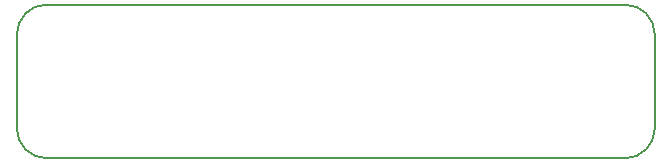
<source format=gbr>
G04 #@! TF.GenerationSoftware,KiCad,Pcbnew,5.0.1*
G04 #@! TF.CreationDate,2018-12-04T10:53:53+13:00*
G04 #@! TF.ProjectId,jake_small,6A616B655F736D616C6C2E6B69636164,rev?*
G04 #@! TF.SameCoordinates,Original*
G04 #@! TF.FileFunction,Profile,NP*
%FSLAX46Y46*%
G04 Gerber Fmt 4.6, Leading zero omitted, Abs format (unit mm)*
G04 Created by KiCad (PCBNEW 5.0.1) date Tue 04 Dec 2018 10:53:53 NZDT*
%MOMM*%
%LPD*%
G01*
G04 APERTURE LIST*
%ADD10C,0.150000*%
G04 APERTURE END LIST*
D10*
X123000000Y-53500000D02*
G75*
G02X120500000Y-51000000I0J2500000D01*
G01*
X120500000Y-43000000D02*
G75*
G02X123000000Y-40500000I2500000J0D01*
G01*
X172000000Y-40500000D02*
G75*
G02X174500000Y-43000000I0J-2500000D01*
G01*
X174500000Y-51000000D02*
G75*
G02X172000000Y-53500000I-2500000J0D01*
G01*
X174500000Y-43000000D02*
X174500000Y-51000000D01*
X123000000Y-40500000D02*
X172000000Y-40500000D01*
X120500000Y-51000000D02*
X120500000Y-43000000D01*
X172000000Y-53500000D02*
X123000000Y-53500000D01*
M02*

</source>
